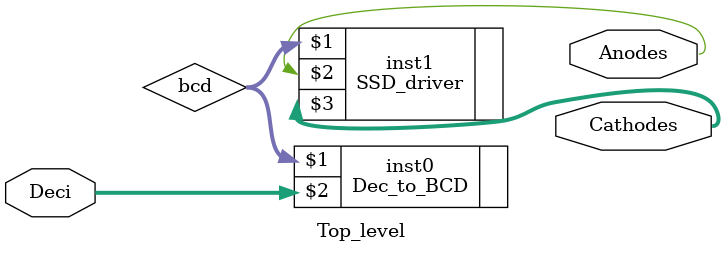
<source format=v>
`timescale 1ns / 1ps


module Top_level(Deci, Cathodes, Anodes);
input [9:0] Deci;
output [6:0] Cathodes;
output Anodes;

wire [3:0] bcd;

Dec_to_BCD inst0(bcd, Deci);
SSD_driver inst1(bcd, Anodes, Cathodes);

endmodule

</source>
